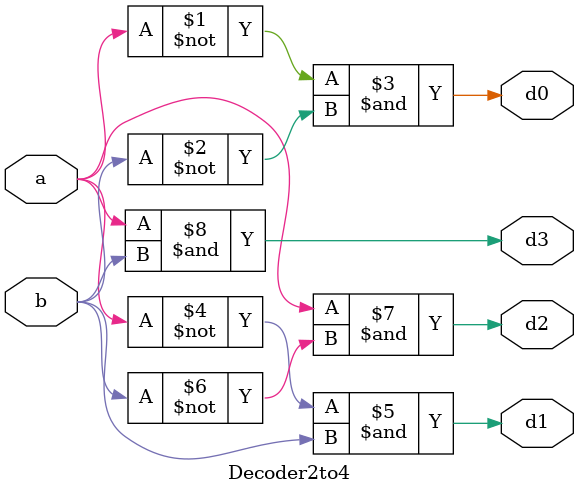
<source format=v>
module Decoder2to4(
    input a,b,
    output d0,d1,d2,d3);

  assign d0 = ((~a) & (~b));
  assign d1 = ((~a) & b);
  assign d2 = (a & (~b));
  assign d3 = (a & b);

endmodule

</source>
